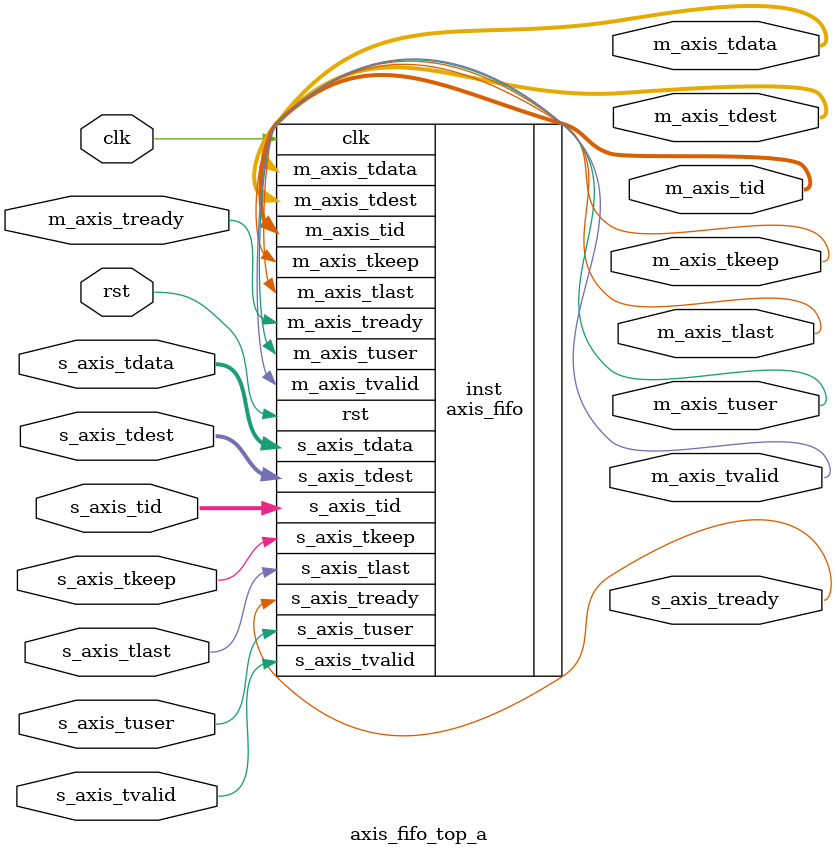
<source format=v>
module axis_fifo_top_a (
  input wire clk,
  input wire rst,
  input wire [31:0] s_axis_tdata,
  input wire s_axis_tkeep,
  input wire s_axis_tvalid,
  output wire s_axis_tready,
  input wire s_axis_tlast,
  input wire [7:0] s_axis_tid,
  input wire [7:0] s_axis_tdest,
  input wire s_axis_tuser,
  output wire [31:0] m_axis_tdata,
  output wire m_axis_tkeep,
  output wire m_axis_tvalid,
  input wire m_axis_tready,
  output wire m_axis_tlast,
  output wire [7:0] m_axis_tid,
  output wire [7:0] m_axis_tdest,
  output wire m_axis_tuser
);

  axis_fifo
  inst
  (
    .clk(clk),
    .rst(rst),
    .s_axis_tdata(s_axis_tdata),
    .s_axis_tkeep(s_axis_tkeep),
    .s_axis_tvalid(s_axis_tvalid),
    .s_axis_tready(s_axis_tready),
    .s_axis_tlast(s_axis_tlast),
    .s_axis_tid(s_axis_tid),
    .s_axis_tdest(s_axis_tdest),
    .s_axis_tuser(s_axis_tuser),
    .m_axis_tdata(m_axis_tdata),
    .m_axis_tkeep(m_axis_tkeep),
    .m_axis_tvalid(m_axis_tvalid),
    .m_axis_tready(m_axis_tready),
    .m_axis_tlast(m_axis_tlast),
    .m_axis_tid(m_axis_tid),
    .m_axis_tdest(m_axis_tdest),
    .m_axis_tuser(m_axis_tuser)
  );

  
    
endmodule



























































































































</source>
